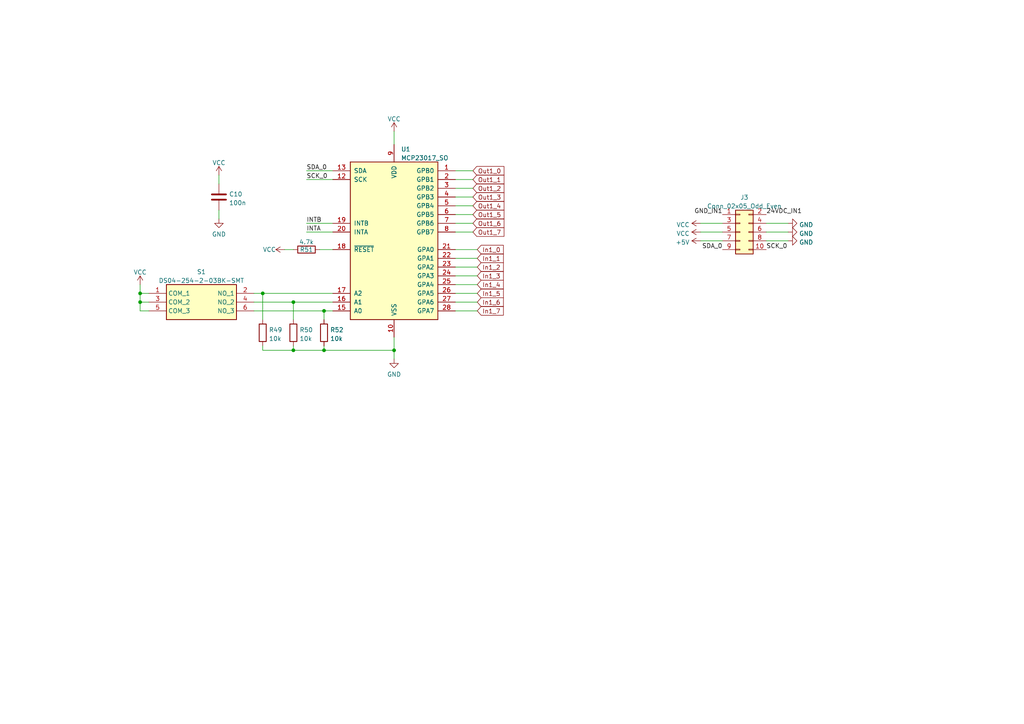
<source format=kicad_sch>
(kicad_sch (version 20230121) (generator eeschema)

  (uuid 801a6380-93b3-4297-a4f9-a3a2b39ad61d)

  (paper "A4")

  (lib_symbols
    (symbol "Added:DS04-254-2-03BK-SMT" (in_bom yes) (on_board yes)
      (property "Reference" "S" (at 15.24 6.35 0)
        (effects (font (size 1.27 1.27)))
      )
      (property "Value" "DS04-254-2-03BK-SMT" (at 15.24 3.81 0)
        (effects (font (size 1.27 1.27)))
      )
      (property "Footprint" "Added:DS04254203BKSMT" (at 16.51 -11.43 0)
        (effects (font (size 1.27 1.27)) hide)
      )
      (property "Datasheet" "https://datasheet.datasheetarchive.com/originals/distributors/Datasheets_SAMA/c6ff744c627a82ac82db8ce1595a468c.pdf" (at 11.43 -8.89 0)
        (effects (font (size 1.27 1.27)) hide)
      )
      (property "Mouser Price/Stock" "https://www.mouser.co.uk/ProductDetail/CUI-Devices/DS04-254-2-03BK-SMT?qs=wnTfsH77Xs6HyisDGRVjIg%3D%3D" (at 26.67 -594.92 0)
        (effects (font (size 1.27 1.27)) (justify left top) hide)
      )
      (property "Manufacturer_Name" "CUI Devices" (at 26.67 -694.92 0)
        (effects (font (size 1.27 1.27)) (justify left top) hide)
      )
      (property "Manufacturer_Part_Number" "DS04-254-2-03BK-SMT" (at 26.67 -794.92 0)
        (effects (font (size 1.27 1.27)) (justify left top) hide)
      )
      (property "ki_description" "DIP Switches / SIP Switches DIP Switch, SPST, 2.54 pitch, flat actuator, SMT, 3 position, Black" (at 0 0 0)
        (effects (font (size 1.27 1.27)) hide)
      )
      (symbol "DS04-254-2-03BK-SMT_1_1"
        (rectangle (start 5.08 2.54) (end 25.4 -7.62)
          (stroke (width 0.254) (type default))
          (fill (type background))
        )
        (pin passive line (at 0 0 0) (length 5.08)
          (name "COM_1" (effects (font (size 1.27 1.27))))
          (number "1" (effects (font (size 1.27 1.27))))
        )
        (pin passive line (at 30.48 0 180) (length 5.08)
          (name "NO_1" (effects (font (size 1.27 1.27))))
          (number "2" (effects (font (size 1.27 1.27))))
        )
        (pin passive line (at 0 -2.54 0) (length 5.08)
          (name "COM_2" (effects (font (size 1.27 1.27))))
          (number "3" (effects (font (size 1.27 1.27))))
        )
        (pin passive line (at 30.48 -2.54 180) (length 5.08)
          (name "NO_2" (effects (font (size 1.27 1.27))))
          (number "4" (effects (font (size 1.27 1.27))))
        )
        (pin passive line (at 0 -5.08 0) (length 5.08)
          (name "COM_3" (effects (font (size 1.27 1.27))))
          (number "5" (effects (font (size 1.27 1.27))))
        )
        (pin passive line (at 30.48 -5.08 180) (length 5.08)
          (name "NO_3" (effects (font (size 1.27 1.27))))
          (number "6" (effects (font (size 1.27 1.27))))
        )
      )
    )
    (symbol "Connector_Generic:Conn_02x05_Odd_Even" (pin_names (offset 1.016) hide) (in_bom yes) (on_board yes)
      (property "Reference" "J" (at 1.27 7.62 0)
        (effects (font (size 1.27 1.27)))
      )
      (property "Value" "Conn_02x05_Odd_Even" (at 1.27 -7.62 0)
        (effects (font (size 1.27 1.27)))
      )
      (property "Footprint" "" (at 0 0 0)
        (effects (font (size 1.27 1.27)) hide)
      )
      (property "Datasheet" "~" (at 0 0 0)
        (effects (font (size 1.27 1.27)) hide)
      )
      (property "ki_keywords" "connector" (at 0 0 0)
        (effects (font (size 1.27 1.27)) hide)
      )
      (property "ki_description" "Generic connector, double row, 02x05, odd/even pin numbering scheme (row 1 odd numbers, row 2 even numbers), script generated (kicad-library-utils/schlib/autogen/connector/)" (at 0 0 0)
        (effects (font (size 1.27 1.27)) hide)
      )
      (property "ki_fp_filters" "Connector*:*_2x??_*" (at 0 0 0)
        (effects (font (size 1.27 1.27)) hide)
      )
      (symbol "Conn_02x05_Odd_Even_1_1"
        (rectangle (start -1.27 -4.953) (end 0 -5.207)
          (stroke (width 0.1524) (type default))
          (fill (type none))
        )
        (rectangle (start -1.27 -2.413) (end 0 -2.667)
          (stroke (width 0.1524) (type default))
          (fill (type none))
        )
        (rectangle (start -1.27 0.127) (end 0 -0.127)
          (stroke (width 0.1524) (type default))
          (fill (type none))
        )
        (rectangle (start -1.27 2.667) (end 0 2.413)
          (stroke (width 0.1524) (type default))
          (fill (type none))
        )
        (rectangle (start -1.27 5.207) (end 0 4.953)
          (stroke (width 0.1524) (type default))
          (fill (type none))
        )
        (rectangle (start -1.27 6.35) (end 3.81 -6.35)
          (stroke (width 0.254) (type default))
          (fill (type background))
        )
        (rectangle (start 3.81 -4.953) (end 2.54 -5.207)
          (stroke (width 0.1524) (type default))
          (fill (type none))
        )
        (rectangle (start 3.81 -2.413) (end 2.54 -2.667)
          (stroke (width 0.1524) (type default))
          (fill (type none))
        )
        (rectangle (start 3.81 0.127) (end 2.54 -0.127)
          (stroke (width 0.1524) (type default))
          (fill (type none))
        )
        (rectangle (start 3.81 2.667) (end 2.54 2.413)
          (stroke (width 0.1524) (type default))
          (fill (type none))
        )
        (rectangle (start 3.81 5.207) (end 2.54 4.953)
          (stroke (width 0.1524) (type default))
          (fill (type none))
        )
        (pin passive line (at -5.08 5.08 0) (length 3.81)
          (name "Pin_1" (effects (font (size 1.27 1.27))))
          (number "1" (effects (font (size 1.27 1.27))))
        )
        (pin passive line (at 7.62 -5.08 180) (length 3.81)
          (name "Pin_10" (effects (font (size 1.27 1.27))))
          (number "10" (effects (font (size 1.27 1.27))))
        )
        (pin passive line (at 7.62 5.08 180) (length 3.81)
          (name "Pin_2" (effects (font (size 1.27 1.27))))
          (number "2" (effects (font (size 1.27 1.27))))
        )
        (pin passive line (at -5.08 2.54 0) (length 3.81)
          (name "Pin_3" (effects (font (size 1.27 1.27))))
          (number "3" (effects (font (size 1.27 1.27))))
        )
        (pin passive line (at 7.62 2.54 180) (length 3.81)
          (name "Pin_4" (effects (font (size 1.27 1.27))))
          (number "4" (effects (font (size 1.27 1.27))))
        )
        (pin passive line (at -5.08 0 0) (length 3.81)
          (name "Pin_5" (effects (font (size 1.27 1.27))))
          (number "5" (effects (font (size 1.27 1.27))))
        )
        (pin passive line (at 7.62 0 180) (length 3.81)
          (name "Pin_6" (effects (font (size 1.27 1.27))))
          (number "6" (effects (font (size 1.27 1.27))))
        )
        (pin passive line (at -5.08 -2.54 0) (length 3.81)
          (name "Pin_7" (effects (font (size 1.27 1.27))))
          (number "7" (effects (font (size 1.27 1.27))))
        )
        (pin passive line (at 7.62 -2.54 180) (length 3.81)
          (name "Pin_8" (effects (font (size 1.27 1.27))))
          (number "8" (effects (font (size 1.27 1.27))))
        )
        (pin passive line (at -5.08 -5.08 0) (length 3.81)
          (name "Pin_9" (effects (font (size 1.27 1.27))))
          (number "9" (effects (font (size 1.27 1.27))))
        )
      )
    )
    (symbol "Device:C" (pin_numbers hide) (pin_names (offset 0.254)) (in_bom yes) (on_board yes)
      (property "Reference" "C" (at 0.635 2.54 0)
        (effects (font (size 1.27 1.27)) (justify left))
      )
      (property "Value" "C" (at 0.635 -2.54 0)
        (effects (font (size 1.27 1.27)) (justify left))
      )
      (property "Footprint" "" (at 0.9652 -3.81 0)
        (effects (font (size 1.27 1.27)) hide)
      )
      (property "Datasheet" "~" (at 0 0 0)
        (effects (font (size 1.27 1.27)) hide)
      )
      (property "ki_keywords" "cap capacitor" (at 0 0 0)
        (effects (font (size 1.27 1.27)) hide)
      )
      (property "ki_description" "Unpolarized capacitor" (at 0 0 0)
        (effects (font (size 1.27 1.27)) hide)
      )
      (property "ki_fp_filters" "C_*" (at 0 0 0)
        (effects (font (size 1.27 1.27)) hide)
      )
      (symbol "C_0_1"
        (polyline
          (pts
            (xy -2.032 -0.762)
            (xy 2.032 -0.762)
          )
          (stroke (width 0.508) (type default))
          (fill (type none))
        )
        (polyline
          (pts
            (xy -2.032 0.762)
            (xy 2.032 0.762)
          )
          (stroke (width 0.508) (type default))
          (fill (type none))
        )
      )
      (symbol "C_1_1"
        (pin passive line (at 0 3.81 270) (length 2.794)
          (name "~" (effects (font (size 1.27 1.27))))
          (number "1" (effects (font (size 1.27 1.27))))
        )
        (pin passive line (at 0 -3.81 90) (length 2.794)
          (name "~" (effects (font (size 1.27 1.27))))
          (number "2" (effects (font (size 1.27 1.27))))
        )
      )
    )
    (symbol "Device:R" (pin_numbers hide) (pin_names (offset 0)) (in_bom yes) (on_board yes)
      (property "Reference" "R" (at 2.032 0 90)
        (effects (font (size 1.27 1.27)))
      )
      (property "Value" "R" (at 0 0 90)
        (effects (font (size 1.27 1.27)))
      )
      (property "Footprint" "" (at -1.778 0 90)
        (effects (font (size 1.27 1.27)) hide)
      )
      (property "Datasheet" "~" (at 0 0 0)
        (effects (font (size 1.27 1.27)) hide)
      )
      (property "ki_keywords" "R res resistor" (at 0 0 0)
        (effects (font (size 1.27 1.27)) hide)
      )
      (property "ki_description" "Resistor" (at 0 0 0)
        (effects (font (size 1.27 1.27)) hide)
      )
      (property "ki_fp_filters" "R_*" (at 0 0 0)
        (effects (font (size 1.27 1.27)) hide)
      )
      (symbol "R_0_1"
        (rectangle (start -1.016 -2.54) (end 1.016 2.54)
          (stroke (width 0.254) (type default))
          (fill (type none))
        )
      )
      (symbol "R_1_1"
        (pin passive line (at 0 3.81 270) (length 1.27)
          (name "~" (effects (font (size 1.27 1.27))))
          (number "1" (effects (font (size 1.27 1.27))))
        )
        (pin passive line (at 0 -3.81 90) (length 1.27)
          (name "~" (effects (font (size 1.27 1.27))))
          (number "2" (effects (font (size 1.27 1.27))))
        )
      )
    )
    (symbol "Interface_Expansion:MCP23017_SO" (pin_names (offset 1.016)) (in_bom yes) (on_board yes)
      (property "Reference" "U" (at -11.43 24.13 0)
        (effects (font (size 1.27 1.27)))
      )
      (property "Value" "MCP23017_SO" (at 0 0 0)
        (effects (font (size 1.27 1.27)))
      )
      (property "Footprint" "Package_SO:SOIC-28W_7.5x17.9mm_P1.27mm" (at 5.08 -25.4 0)
        (effects (font (size 1.27 1.27)) (justify left) hide)
      )
      (property "Datasheet" "http://ww1.microchip.com/downloads/en/DeviceDoc/20001952C.pdf" (at 5.08 -27.94 0)
        (effects (font (size 1.27 1.27)) (justify left) hide)
      )
      (property "ki_keywords" "I2C parallel port expander" (at 0 0 0)
        (effects (font (size 1.27 1.27)) hide)
      )
      (property "ki_description" "16-bit I/O expander, I2C, interrupts, w pull-ups, SOIC-28" (at 0 0 0)
        (effects (font (size 1.27 1.27)) hide)
      )
      (property "ki_fp_filters" "SOIC*7.5x17.9mm*P1.27mm*" (at 0 0 0)
        (effects (font (size 1.27 1.27)) hide)
      )
      (symbol "MCP23017_SO_0_1"
        (rectangle (start -12.7 22.86) (end 12.7 -22.86)
          (stroke (width 0.254) (type default))
          (fill (type background))
        )
      )
      (symbol "MCP23017_SO_1_1"
        (pin bidirectional line (at 17.78 20.32 180) (length 5.08)
          (name "GPB0" (effects (font (size 1.27 1.27))))
          (number "1" (effects (font (size 1.27 1.27))))
        )
        (pin power_in line (at 0 -27.94 90) (length 5.08)
          (name "VSS" (effects (font (size 1.27 1.27))))
          (number "10" (effects (font (size 1.27 1.27))))
        )
        (pin no_connect line (at -12.7 15.24 0) (length 5.08) hide
          (name "NC" (effects (font (size 1.27 1.27))))
          (number "11" (effects (font (size 1.27 1.27))))
        )
        (pin input line (at -17.78 17.78 0) (length 5.08)
          (name "SCK" (effects (font (size 1.27 1.27))))
          (number "12" (effects (font (size 1.27 1.27))))
        )
        (pin bidirectional line (at -17.78 20.32 0) (length 5.08)
          (name "SDA" (effects (font (size 1.27 1.27))))
          (number "13" (effects (font (size 1.27 1.27))))
        )
        (pin no_connect line (at -12.7 12.7 0) (length 5.08) hide
          (name "NC" (effects (font (size 1.27 1.27))))
          (number "14" (effects (font (size 1.27 1.27))))
        )
        (pin input line (at -17.78 -20.32 0) (length 5.08)
          (name "A0" (effects (font (size 1.27 1.27))))
          (number "15" (effects (font (size 1.27 1.27))))
        )
        (pin input line (at -17.78 -17.78 0) (length 5.08)
          (name "A1" (effects (font (size 1.27 1.27))))
          (number "16" (effects (font (size 1.27 1.27))))
        )
        (pin input line (at -17.78 -15.24 0) (length 5.08)
          (name "A2" (effects (font (size 1.27 1.27))))
          (number "17" (effects (font (size 1.27 1.27))))
        )
        (pin input line (at -17.78 -2.54 0) (length 5.08)
          (name "~{RESET}" (effects (font (size 1.27 1.27))))
          (number "18" (effects (font (size 1.27 1.27))))
        )
        (pin tri_state line (at -17.78 5.08 0) (length 5.08)
          (name "INTB" (effects (font (size 1.27 1.27))))
          (number "19" (effects (font (size 1.27 1.27))))
        )
        (pin bidirectional line (at 17.78 17.78 180) (length 5.08)
          (name "GPB1" (effects (font (size 1.27 1.27))))
          (number "2" (effects (font (size 1.27 1.27))))
        )
        (pin tri_state line (at -17.78 2.54 0) (length 5.08)
          (name "INTA" (effects (font (size 1.27 1.27))))
          (number "20" (effects (font (size 1.27 1.27))))
        )
        (pin bidirectional line (at 17.78 -2.54 180) (length 5.08)
          (name "GPA0" (effects (font (size 1.27 1.27))))
          (number "21" (effects (font (size 1.27 1.27))))
        )
        (pin bidirectional line (at 17.78 -5.08 180) (length 5.08)
          (name "GPA1" (effects (font (size 1.27 1.27))))
          (number "22" (effects (font (size 1.27 1.27))))
        )
        (pin bidirectional line (at 17.78 -7.62 180) (length 5.08)
          (name "GPA2" (effects (font (size 1.27 1.27))))
          (number "23" (effects (font (size 1.27 1.27))))
        )
        (pin bidirectional line (at 17.78 -10.16 180) (length 5.08)
          (name "GPA3" (effects (font (size 1.27 1.27))))
          (number "24" (effects (font (size 1.27 1.27))))
        )
        (pin bidirectional line (at 17.78 -12.7 180) (length 5.08)
          (name "GPA4" (effects (font (size 1.27 1.27))))
          (number "25" (effects (font (size 1.27 1.27))))
        )
        (pin bidirectional line (at 17.78 -15.24 180) (length 5.08)
          (name "GPA5" (effects (font (size 1.27 1.27))))
          (number "26" (effects (font (size 1.27 1.27))))
        )
        (pin bidirectional line (at 17.78 -17.78 180) (length 5.08)
          (name "GPA6" (effects (font (size 1.27 1.27))))
          (number "27" (effects (font (size 1.27 1.27))))
        )
        (pin bidirectional line (at 17.78 -20.32 180) (length 5.08)
          (name "GPA7" (effects (font (size 1.27 1.27))))
          (number "28" (effects (font (size 1.27 1.27))))
        )
        (pin bidirectional line (at 17.78 15.24 180) (length 5.08)
          (name "GPB2" (effects (font (size 1.27 1.27))))
          (number "3" (effects (font (size 1.27 1.27))))
        )
        (pin bidirectional line (at 17.78 12.7 180) (length 5.08)
          (name "GPB3" (effects (font (size 1.27 1.27))))
          (number "4" (effects (font (size 1.27 1.27))))
        )
        (pin bidirectional line (at 17.78 10.16 180) (length 5.08)
          (name "GPB4" (effects (font (size 1.27 1.27))))
          (number "5" (effects (font (size 1.27 1.27))))
        )
        (pin bidirectional line (at 17.78 7.62 180) (length 5.08)
          (name "GPB5" (effects (font (size 1.27 1.27))))
          (number "6" (effects (font (size 1.27 1.27))))
        )
        (pin bidirectional line (at 17.78 5.08 180) (length 5.08)
          (name "GPB6" (effects (font (size 1.27 1.27))))
          (number "7" (effects (font (size 1.27 1.27))))
        )
        (pin bidirectional line (at 17.78 2.54 180) (length 5.08)
          (name "GPB7" (effects (font (size 1.27 1.27))))
          (number "8" (effects (font (size 1.27 1.27))))
        )
        (pin power_in line (at 0 27.94 270) (length 5.08)
          (name "VDD" (effects (font (size 1.27 1.27))))
          (number "9" (effects (font (size 1.27 1.27))))
        )
      )
    )
    (symbol "power:+5V" (power) (pin_names (offset 0)) (in_bom yes) (on_board yes)
      (property "Reference" "#PWR" (at 0 -3.81 0)
        (effects (font (size 1.27 1.27)) hide)
      )
      (property "Value" "+5V" (at 0 3.556 0)
        (effects (font (size 1.27 1.27)))
      )
      (property "Footprint" "" (at 0 0 0)
        (effects (font (size 1.27 1.27)) hide)
      )
      (property "Datasheet" "" (at 0 0 0)
        (effects (font (size 1.27 1.27)) hide)
      )
      (property "ki_keywords" "power-flag" (at 0 0 0)
        (effects (font (size 1.27 1.27)) hide)
      )
      (property "ki_description" "Power symbol creates a global label with name \"+5V\"" (at 0 0 0)
        (effects (font (size 1.27 1.27)) hide)
      )
      (symbol "+5V_0_1"
        (polyline
          (pts
            (xy -0.762 1.27)
            (xy 0 2.54)
          )
          (stroke (width 0) (type default))
          (fill (type none))
        )
        (polyline
          (pts
            (xy 0 0)
            (xy 0 2.54)
          )
          (stroke (width 0) (type default))
          (fill (type none))
        )
        (polyline
          (pts
            (xy 0 2.54)
            (xy 0.762 1.27)
          )
          (stroke (width 0) (type default))
          (fill (type none))
        )
      )
      (symbol "+5V_1_1"
        (pin power_in line (at 0 0 90) (length 0) hide
          (name "+5V" (effects (font (size 1.27 1.27))))
          (number "1" (effects (font (size 1.27 1.27))))
        )
      )
    )
    (symbol "power:GND" (power) (pin_names (offset 0)) (in_bom yes) (on_board yes)
      (property "Reference" "#PWR" (at 0 -6.35 0)
        (effects (font (size 1.27 1.27)) hide)
      )
      (property "Value" "GND" (at 0 -3.81 0)
        (effects (font (size 1.27 1.27)))
      )
      (property "Footprint" "" (at 0 0 0)
        (effects (font (size 1.27 1.27)) hide)
      )
      (property "Datasheet" "" (at 0 0 0)
        (effects (font (size 1.27 1.27)) hide)
      )
      (property "ki_keywords" "power-flag" (at 0 0 0)
        (effects (font (size 1.27 1.27)) hide)
      )
      (property "ki_description" "Power symbol creates a global label with name \"GND\" , ground" (at 0 0 0)
        (effects (font (size 1.27 1.27)) hide)
      )
      (symbol "GND_0_1"
        (polyline
          (pts
            (xy 0 0)
            (xy 0 -1.27)
            (xy 1.27 -1.27)
            (xy 0 -2.54)
            (xy -1.27 -1.27)
            (xy 0 -1.27)
          )
          (stroke (width 0) (type default))
          (fill (type none))
        )
      )
      (symbol "GND_1_1"
        (pin power_in line (at 0 0 270) (length 0) hide
          (name "GND" (effects (font (size 1.27 1.27))))
          (number "1" (effects (font (size 1.27 1.27))))
        )
      )
    )
    (symbol "power:VCC" (power) (pin_names (offset 0)) (in_bom yes) (on_board yes)
      (property "Reference" "#PWR" (at 0 -3.81 0)
        (effects (font (size 1.27 1.27)) hide)
      )
      (property "Value" "VCC" (at 0 3.81 0)
        (effects (font (size 1.27 1.27)))
      )
      (property "Footprint" "" (at 0 0 0)
        (effects (font (size 1.27 1.27)) hide)
      )
      (property "Datasheet" "" (at 0 0 0)
        (effects (font (size 1.27 1.27)) hide)
      )
      (property "ki_keywords" "power-flag" (at 0 0 0)
        (effects (font (size 1.27 1.27)) hide)
      )
      (property "ki_description" "Power symbol creates a global label with name \"VCC\"" (at 0 0 0)
        (effects (font (size 1.27 1.27)) hide)
      )
      (symbol "VCC_0_1"
        (polyline
          (pts
            (xy -0.762 1.27)
            (xy 0 2.54)
          )
          (stroke (width 0) (type default))
          (fill (type none))
        )
        (polyline
          (pts
            (xy 0 0)
            (xy 0 2.54)
          )
          (stroke (width 0) (type default))
          (fill (type none))
        )
        (polyline
          (pts
            (xy 0 2.54)
            (xy 0.762 1.27)
          )
          (stroke (width 0) (type default))
          (fill (type none))
        )
      )
      (symbol "VCC_1_1"
        (pin power_in line (at 0 0 90) (length 0) hide
          (name "VCC" (effects (font (size 1.27 1.27))))
          (number "1" (effects (font (size 1.27 1.27))))
        )
      )
    )
  )

  (junction (at 40.64 85.09) (diameter 0) (color 0 0 0 0)
    (uuid 0ed6fbc5-c3a0-412a-a98f-da4435a17f71)
  )
  (junction (at 85.09 101.6) (diameter 0) (color 0 0 0 0)
    (uuid 17a2e816-4f88-4979-8739-00857e9e0ca0)
  )
  (junction (at 93.98 90.17) (diameter 0) (color 0 0 0 0)
    (uuid 17f6e2dc-4d4f-4fa7-b355-5ecbd18cc6f1)
  )
  (junction (at 40.64 87.63) (diameter 0) (color 0 0 0 0)
    (uuid 6e8d2b7e-3977-473b-9e04-ca8224ebfa35)
  )
  (junction (at 93.98 101.6) (diameter 0) (color 0 0 0 0)
    (uuid 83870ccd-b728-4c15-9680-949dbf1e660f)
  )
  (junction (at 114.3 101.6) (diameter 0) (color 0 0 0 0)
    (uuid b07ffcbd-2dc2-4523-bdd2-52633c7f0150)
  )
  (junction (at 76.2 85.09) (diameter 0) (color 0 0 0 0)
    (uuid e104a744-038c-43fc-a556-a9daa6bc11ff)
  )
  (junction (at 85.09 87.63) (diameter 0) (color 0 0 0 0)
    (uuid f60bd438-a5c0-4142-9d70-aa02159ae1be)
  )

  (wire (pts (xy 114.3 104.14) (xy 114.3 101.6))
    (stroke (width 0) (type default))
    (uuid 00e89a75-dbbe-4132-ac9e-ddcc8dc86613)
  )
  (wire (pts (xy 138.43 87.63) (xy 132.08 87.63))
    (stroke (width 0) (type default))
    (uuid 0233d512-7518-443c-b2fc-a5b932f58a2d)
  )
  (wire (pts (xy 85.09 87.63) (xy 96.52 87.63))
    (stroke (width 0) (type default))
    (uuid 0cf05042-904b-4486-872f-918f24da1f49)
  )
  (wire (pts (xy 203.2 64.77) (xy 209.55 64.77))
    (stroke (width 0) (type default))
    (uuid 1149ff5b-2d19-40c7-ac27-7915364dc4c1)
  )
  (wire (pts (xy 138.43 77.47) (xy 132.08 77.47))
    (stroke (width 0) (type default))
    (uuid 12644fd0-8862-48f6-874b-573303e4591b)
  )
  (wire (pts (xy 85.09 100.33) (xy 85.09 101.6))
    (stroke (width 0) (type default))
    (uuid 154e5603-9ef2-4bbb-bb39-8b62299e2aae)
  )
  (wire (pts (xy 73.66 87.63) (xy 85.09 87.63))
    (stroke (width 0) (type default))
    (uuid 17da1366-8cb0-4305-8591-c888d2a2ad08)
  )
  (wire (pts (xy 73.66 85.09) (xy 76.2 85.09))
    (stroke (width 0) (type default))
    (uuid 1e86dd0d-3c52-473f-94f1-49a45711f650)
  )
  (wire (pts (xy 137.16 62.23) (xy 132.08 62.23))
    (stroke (width 0) (type default))
    (uuid 21451e90-8091-4bf5-89c6-c415cf0a2251)
  )
  (wire (pts (xy 138.43 82.55) (xy 132.08 82.55))
    (stroke (width 0) (type default))
    (uuid 2a628a2e-c94e-43ff-b523-0c75a5656453)
  )
  (wire (pts (xy 85.09 87.63) (xy 85.09 92.71))
    (stroke (width 0) (type default))
    (uuid 2c6150ec-9ba9-4d53-adeb-5885144f93d0)
  )
  (wire (pts (xy 93.98 101.6) (xy 85.09 101.6))
    (stroke (width 0) (type default))
    (uuid 348b4ec4-a5f0-4c53-843f-463ca1f19f98)
  )
  (wire (pts (xy 222.25 69.85) (xy 228.6 69.85))
    (stroke (width 0) (type default))
    (uuid 36d5f4e7-9a02-428f-9cf1-f6356a0afd28)
  )
  (wire (pts (xy 137.16 49.53) (xy 132.08 49.53))
    (stroke (width 0) (type default))
    (uuid 397cb90b-39a0-46ea-8776-4a2acacc42ac)
  )
  (wire (pts (xy 138.43 72.39) (xy 132.08 72.39))
    (stroke (width 0) (type default))
    (uuid 3c822f80-3d63-41a9-a525-72ea77f6b7b4)
  )
  (wire (pts (xy 40.64 85.09) (xy 43.18 85.09))
    (stroke (width 0) (type default))
    (uuid 4bc3a926-cf86-4fd9-bc16-9c7f548e006b)
  )
  (wire (pts (xy 76.2 101.6) (xy 76.2 100.33))
    (stroke (width 0) (type default))
    (uuid 53453045-83a1-4809-b643-d45473fa95e8)
  )
  (wire (pts (xy 40.64 82.55) (xy 40.64 85.09))
    (stroke (width 0) (type default))
    (uuid 57cb3700-2524-4ac0-bb87-cec8d1e82a17)
  )
  (wire (pts (xy 138.43 85.09) (xy 132.08 85.09))
    (stroke (width 0) (type default))
    (uuid 5d0aea94-a1ba-462d-ad16-da826ac31075)
  )
  (wire (pts (xy 85.09 72.39) (xy 82.55 72.39))
    (stroke (width 0) (type default))
    (uuid 5d8fb5f3-06e2-4834-85f5-2b45b19146a4)
  )
  (wire (pts (xy 93.98 90.17) (xy 96.52 90.17))
    (stroke (width 0) (type default))
    (uuid 5e050d16-cc55-4cd5-9587-8ab1c225cbe5)
  )
  (wire (pts (xy 203.2 67.31) (xy 209.55 67.31))
    (stroke (width 0) (type default))
    (uuid 642e0a43-f2e2-4ba9-8a0e-f5f8f1e8b9a0)
  )
  (wire (pts (xy 138.43 80.01) (xy 132.08 80.01))
    (stroke (width 0) (type default))
    (uuid 65c71fa3-9df5-4bb9-afe4-52b76090ef3b)
  )
  (wire (pts (xy 76.2 92.71) (xy 76.2 85.09))
    (stroke (width 0) (type default))
    (uuid 6680c2ab-ad50-4479-8e9f-5f2aeea41eb7)
  )
  (wire (pts (xy 137.16 67.31) (xy 132.08 67.31))
    (stroke (width 0) (type default))
    (uuid 6be07611-eb6c-4ba8-a8d3-ada6fb6aead6)
  )
  (wire (pts (xy 93.98 100.33) (xy 93.98 101.6))
    (stroke (width 0) (type default))
    (uuid 6c2b2a16-1854-445f-8b7c-ad08e57baaef)
  )
  (wire (pts (xy 76.2 85.09) (xy 96.52 85.09))
    (stroke (width 0) (type default))
    (uuid 6cde7da8-f6dd-4409-b820-70eb987130cc)
  )
  (wire (pts (xy 63.5 60.96) (xy 63.5 63.5))
    (stroke (width 0) (type default))
    (uuid 6d8e1482-c14f-4d31-a48e-a65739243bf3)
  )
  (wire (pts (xy 93.98 101.6) (xy 114.3 101.6))
    (stroke (width 0) (type default))
    (uuid 6f4686b7-4739-4157-8866-afe68f9a8672)
  )
  (wire (pts (xy 63.5 50.8) (xy 63.5 53.34))
    (stroke (width 0) (type default))
    (uuid 7e278bad-7e8e-4550-8720-3afb6aea6c83)
  )
  (wire (pts (xy 43.18 90.17) (xy 40.64 90.17))
    (stroke (width 0) (type default))
    (uuid 7e2c8bda-b98d-4cfa-9c37-944bb497841f)
  )
  (wire (pts (xy 40.64 90.17) (xy 40.64 87.63))
    (stroke (width 0) (type default))
    (uuid 9e407f5d-ff70-438b-b1e7-c4323154f102)
  )
  (wire (pts (xy 137.16 52.07) (xy 132.08 52.07))
    (stroke (width 0) (type default))
    (uuid 9fb320ce-3051-46c3-afac-961affe26bf3)
  )
  (wire (pts (xy 137.16 64.77) (xy 132.08 64.77))
    (stroke (width 0) (type default))
    (uuid 9ffd93c6-1a6e-4a4a-b293-39c5794cbd73)
  )
  (wire (pts (xy 222.25 64.77) (xy 228.6 64.77))
    (stroke (width 0) (type default))
    (uuid a3700bbc-8d60-4d65-9c51-377058302300)
  )
  (wire (pts (xy 93.98 90.17) (xy 93.98 92.71))
    (stroke (width 0) (type default))
    (uuid b110bead-8009-4a48-801e-6e44fb40b7d1)
  )
  (wire (pts (xy 138.43 74.93) (xy 132.08 74.93))
    (stroke (width 0) (type default))
    (uuid b2420e44-0d04-4247-adf8-f45bf5c66eba)
  )
  (wire (pts (xy 88.9 52.07) (xy 96.52 52.07))
    (stroke (width 0) (type default))
    (uuid b84b74bd-16c9-4e4e-8c3a-d3cbdf2f7c0c)
  )
  (wire (pts (xy 73.66 90.17) (xy 93.98 90.17))
    (stroke (width 0) (type default))
    (uuid be0b5423-6f47-4fec-b133-088498603687)
  )
  (wire (pts (xy 114.3 38.1) (xy 114.3 41.91))
    (stroke (width 0) (type default))
    (uuid d4661f74-0eca-47e6-ac54-e51685bf9104)
  )
  (wire (pts (xy 137.16 54.61) (xy 132.08 54.61))
    (stroke (width 0) (type default))
    (uuid daa85217-39af-4689-ac6b-2b99358be319)
  )
  (wire (pts (xy 40.64 87.63) (xy 40.64 85.09))
    (stroke (width 0) (type default))
    (uuid dbaae0ba-8e11-48c1-b4ea-1b740fccfcb4)
  )
  (wire (pts (xy 88.9 67.31) (xy 96.52 67.31))
    (stroke (width 0) (type default))
    (uuid dd9be8ad-8248-408d-ab14-c47593d69b5d)
  )
  (wire (pts (xy 88.9 64.77) (xy 96.52 64.77))
    (stroke (width 0) (type default))
    (uuid deb5403d-1d74-429b-9def-55b247bcfcc5)
  )
  (wire (pts (xy 88.9 49.53) (xy 96.52 49.53))
    (stroke (width 0) (type default))
    (uuid e1304ab7-e747-4901-994d-7b13cb12843e)
  )
  (wire (pts (xy 40.64 87.63) (xy 43.18 87.63))
    (stroke (width 0) (type default))
    (uuid e24780f8-8511-41c6-bc1c-a1b40417df63)
  )
  (wire (pts (xy 137.16 59.69) (xy 132.08 59.69))
    (stroke (width 0) (type default))
    (uuid e88b0ee3-68cd-4929-9a34-0447af384ae7)
  )
  (wire (pts (xy 114.3 101.6) (xy 114.3 97.79))
    (stroke (width 0) (type default))
    (uuid e9aca50e-3177-4505-927a-85b0e8ef9eee)
  )
  (wire (pts (xy 85.09 101.6) (xy 76.2 101.6))
    (stroke (width 0) (type default))
    (uuid efc02d37-90e2-485c-8a3b-ba066d4a6d6e)
  )
  (wire (pts (xy 92.71 72.39) (xy 96.52 72.39))
    (stroke (width 0) (type default))
    (uuid efd50ad2-7008-467a-ab2a-56cd1989927e)
  )
  (wire (pts (xy 138.43 90.17) (xy 132.08 90.17))
    (stroke (width 0) (type default))
    (uuid f223c81e-3735-4a15-b957-0cc44a77cc81)
  )
  (wire (pts (xy 203.2 69.85) (xy 209.55 69.85))
    (stroke (width 0) (type default))
    (uuid f419bca4-5224-4b92-bd10-ee4ee3b272b3)
  )
  (wire (pts (xy 137.16 57.15) (xy 132.08 57.15))
    (stroke (width 0) (type default))
    (uuid f6826cfb-e34c-455d-9371-cedc88c9d5d9)
  )
  (wire (pts (xy 222.25 67.31) (xy 228.6 67.31))
    (stroke (width 0) (type default))
    (uuid fd22bc5c-154b-4942-b232-92b48a7c4904)
  )

  (label "SCK_0" (at 222.25 72.39 0) (fields_autoplaced)
    (effects (font (size 1.27 1.27)) (justify left bottom))
    (uuid 2cd651cd-c70d-4414-aadd-bb3cf330c918)
  )
  (label "SDA_0" (at 209.55 72.39 180) (fields_autoplaced)
    (effects (font (size 1.27 1.27)) (justify right bottom))
    (uuid 41677f09-ec49-467b-89ab-bebf009de3ac)
  )
  (label "SCK_0" (at 88.9 52.07 0) (fields_autoplaced)
    (effects (font (size 1.27 1.27)) (justify left bottom))
    (uuid 7d857314-1718-42b1-b847-000d35a88fba)
  )
  (label "INTB" (at 88.9 64.77 0) (fields_autoplaced)
    (effects (font (size 1.27 1.27)) (justify left bottom))
    (uuid 9c39fc80-01b1-4967-9cea-77bc6a53eb5f)
  )
  (label "SDA_0" (at 88.9 49.53 0) (fields_autoplaced)
    (effects (font (size 1.27 1.27)) (justify left bottom))
    (uuid a6e227c1-78bb-43cb-b52e-92fa36f36c1c)
  )
  (label "INTA" (at 88.9 67.31 0) (fields_autoplaced)
    (effects (font (size 1.27 1.27)) (justify left bottom))
    (uuid c6030e73-a318-4062-99ec-d4b4a6e59a54)
  )
  (label "24VDC_IN1" (at 222.25 62.23 0) (fields_autoplaced)
    (effects (font (size 1.27 1.27)) (justify left bottom))
    (uuid cd17eb24-14d9-4577-a498-add93fc45469)
  )
  (label "GND_IN1" (at 209.55 62.23 180) (fields_autoplaced)
    (effects (font (size 1.27 1.27)) (justify right bottom))
    (uuid d3a92cd4-accd-4188-8134-7f27c833c7a2)
  )

  (global_label "In1_0" (shape input) (at 138.43 72.39 0) (fields_autoplaced)
    (effects (font (size 1.27 1.27)) (justify left))
    (uuid 0122667e-2d9f-47ac-a715-3b4cd0611749)
    (property "Intersheetrefs" "${INTERSHEET_REFS}" (at 145.9836 72.3106 0)
      (effects (font (size 1.27 1.27)) (justify left) hide)
    )
  )
  (global_label "Out1_5" (shape input) (at 137.16 62.23 0) (fields_autoplaced)
    (effects (font (size 1.27 1.27)) (justify left))
    (uuid 10376b4c-d1ff-48f5-8bef-05769de98842)
    (property "Intersheetrefs" "${INTERSHEET_REFS}" (at 146.165 62.1506 0)
      (effects (font (size 1.27 1.27)) (justify left) hide)
    )
  )
  (global_label "In1_4" (shape input) (at 138.43 82.55 0) (fields_autoplaced)
    (effects (font (size 1.27 1.27)) (justify left))
    (uuid 1f4aca14-5871-412d-b48f-8b951e15902c)
    (property "Intersheetrefs" "${INTERSHEET_REFS}" (at 145.9836 82.4706 0)
      (effects (font (size 1.27 1.27)) (justify left) hide)
    )
  )
  (global_label "In1_5" (shape input) (at 138.43 85.09 0) (fields_autoplaced)
    (effects (font (size 1.27 1.27)) (justify left))
    (uuid 21b9b8ec-f297-4b2f-ad5c-a32508496c1c)
    (property "Intersheetrefs" "${INTERSHEET_REFS}" (at 145.9836 85.0106 0)
      (effects (font (size 1.27 1.27)) (justify left) hide)
    )
  )
  (global_label "In1_2" (shape input) (at 138.43 77.47 0) (fields_autoplaced)
    (effects (font (size 1.27 1.27)) (justify left))
    (uuid 40623356-71a6-4eee-938f-8aec22753799)
    (property "Intersheetrefs" "${INTERSHEET_REFS}" (at 145.9836 77.3906 0)
      (effects (font (size 1.27 1.27)) (justify left) hide)
    )
  )
  (global_label "Out1_3" (shape input) (at 137.16 57.15 0) (fields_autoplaced)
    (effects (font (size 1.27 1.27)) (justify left))
    (uuid 4fddfb86-3d7f-48c5-b28c-86639d28b082)
    (property "Intersheetrefs" "${INTERSHEET_REFS}" (at 146.165 57.0706 0)
      (effects (font (size 1.27 1.27)) (justify left) hide)
    )
  )
  (global_label "Out1_7" (shape input) (at 137.16 67.31 0) (fields_autoplaced)
    (effects (font (size 1.27 1.27)) (justify left))
    (uuid 55b82605-c361-46c8-85be-035a5db3d8cb)
    (property "Intersheetrefs" "${INTERSHEET_REFS}" (at 146.165 67.2306 0)
      (effects (font (size 1.27 1.27)) (justify left) hide)
    )
  )
  (global_label "Out1_0" (shape input) (at 137.16 49.53 0) (fields_autoplaced)
    (effects (font (size 1.27 1.27)) (justify left))
    (uuid 6ced8cb7-196c-46e8-ae31-2927706fec28)
    (property "Intersheetrefs" "${INTERSHEET_REFS}" (at 146.165 49.4506 0)
      (effects (font (size 1.27 1.27)) (justify left) hide)
    )
  )
  (global_label "In1_6" (shape input) (at 138.43 87.63 0) (fields_autoplaced)
    (effects (font (size 1.27 1.27)) (justify left))
    (uuid 82078119-0226-40e7-9e18-629f2ebb9c1a)
    (property "Intersheetrefs" "${INTERSHEET_REFS}" (at 145.9836 87.5506 0)
      (effects (font (size 1.27 1.27)) (justify left) hide)
    )
  )
  (global_label "Out1_6" (shape input) (at 137.16 64.77 0) (fields_autoplaced)
    (effects (font (size 1.27 1.27)) (justify left))
    (uuid 8ff1786b-bc08-4364-9ed2-c5f04d6f68fd)
    (property "Intersheetrefs" "${INTERSHEET_REFS}" (at 146.165 64.6906 0)
      (effects (font (size 1.27 1.27)) (justify left) hide)
    )
  )
  (global_label "In1_3" (shape input) (at 138.43 80.01 0) (fields_autoplaced)
    (effects (font (size 1.27 1.27)) (justify left))
    (uuid bfbcaa46-2f55-4178-a70f-8639b270aa6f)
    (property "Intersheetrefs" "${INTERSHEET_REFS}" (at 145.9836 79.9306 0)
      (effects (font (size 1.27 1.27)) (justify left) hide)
    )
  )
  (global_label "Out1_1" (shape input) (at 137.16 52.07 0) (fields_autoplaced)
    (effects (font (size 1.27 1.27)) (justify left))
    (uuid df9d6123-4f2f-4fa9-a6ce-32ac9055f3c9)
    (property "Intersheetrefs" "${INTERSHEET_REFS}" (at 146.165 51.9906 0)
      (effects (font (size 1.27 1.27)) (justify left) hide)
    )
  )
  (global_label "In1_1" (shape input) (at 138.43 74.93 0) (fields_autoplaced)
    (effects (font (size 1.27 1.27)) (justify left))
    (uuid e00135b5-7803-40fb-9fab-a8214d7b06a8)
    (property "Intersheetrefs" "${INTERSHEET_REFS}" (at 145.9836 74.8506 0)
      (effects (font (size 1.27 1.27)) (justify left) hide)
    )
  )
  (global_label "Out1_4" (shape input) (at 137.16 59.69 0) (fields_autoplaced)
    (effects (font (size 1.27 1.27)) (justify left))
    (uuid e7ba96c1-13cd-42ea-aac3-90948a7f15bb)
    (property "Intersheetrefs" "${INTERSHEET_REFS}" (at 146.165 59.6106 0)
      (effects (font (size 1.27 1.27)) (justify left) hide)
    )
  )
  (global_label "Out1_2" (shape input) (at 137.16 54.61 0) (fields_autoplaced)
    (effects (font (size 1.27 1.27)) (justify left))
    (uuid ebd69903-130e-4128-86fb-b66f2fd1ad5d)
    (property "Intersheetrefs" "${INTERSHEET_REFS}" (at 146.165 54.5306 0)
      (effects (font (size 1.27 1.27)) (justify left) hide)
    )
  )
  (global_label "In1_7" (shape input) (at 138.43 90.17 0) (fields_autoplaced)
    (effects (font (size 1.27 1.27)) (justify left))
    (uuid ed7a7d05-5549-4c23-97e9-76aeff6cd324)
    (property "Intersheetrefs" "${INTERSHEET_REFS}" (at 145.9836 90.0906 0)
      (effects (font (size 1.27 1.27)) (justify left) hide)
    )
  )

  (symbol (lib_id "power:VCC") (at 203.2 67.31 90) (unit 1)
    (in_bom yes) (on_board yes) (dnp no) (fields_autoplaced)
    (uuid 04118320-877b-44a3-9b65-52a3431431eb)
    (property "Reference" "#PWR?" (at 207.01 67.31 0)
      (effects (font (size 1.27 1.27)) hide)
    )
    (property "Value" "VCC" (at 200.025 67.7438 90)
      (effects (font (size 1.27 1.27)) (justify left))
    )
    (property "Footprint" "" (at 203.2 67.31 0)
      (effects (font (size 1.27 1.27)) hide)
    )
    (property "Datasheet" "" (at 203.2 67.31 0)
      (effects (font (size 1.27 1.27)) hide)
    )
    (pin "1" (uuid e41bd769-02c0-4c43-8082-e46d0cce5463))
    (instances
      (project "Automate_ES_V2"
        (path "/c0b0c33a-0d2b-4391-9b6d-3484a571703c/793272d6-5bd4-47b7-8ad4-3d90c0f49c99"
          (reference "#PWR?") (unit 1)
        )
      )
    )
  )

  (symbol (lib_id "Device:R") (at 93.98 96.52 0) (unit 1)
    (in_bom yes) (on_board yes) (dnp no) (fields_autoplaced)
    (uuid 045921b4-7f1b-4b21-94f2-9013d78aaf9c)
    (property "Reference" "R52" (at 95.758 95.6853 0)
      (effects (font (size 1.27 1.27)) (justify left))
    )
    (property "Value" "10k" (at 95.758 98.2222 0)
      (effects (font (size 1.27 1.27)) (justify left))
    )
    (property "Footprint" "Resistor_SMD:R_0805_2012Metric_Pad1.20x1.40mm_HandSolder" (at 92.202 96.52 90)
      (effects (font (size 1.27 1.27)) hide)
    )
    (property "Datasheet" "~" (at 93.98 96.52 0)
      (effects (font (size 1.27 1.27)) hide)
    )
    (pin "1" (uuid 509ab8be-b6be-4371-bf7a-0084c1fdbe7e))
    (pin "2" (uuid a95d2f22-54e1-423e-b44f-828ae1ab3903))
    (instances
      (project "Automate_ES_V2"
        (path "/c0b0c33a-0d2b-4391-9b6d-3484a571703c/793272d6-5bd4-47b7-8ad4-3d90c0f49c99"
          (reference "R52") (unit 1)
        )
      )
    )
  )

  (symbol (lib_id "Interface_Expansion:MCP23017_SO") (at 114.3 69.85 0) (unit 1)
    (in_bom yes) (on_board yes) (dnp no) (fields_autoplaced)
    (uuid 06ec0ca7-ca3f-4e0a-8bda-c2e745e6268d)
    (property "Reference" "U1" (at 116.3194 43.2902 0)
      (effects (font (size 1.27 1.27)) (justify left))
    )
    (property "Value" "MCP23017_SO" (at 116.3194 45.8271 0)
      (effects (font (size 1.27 1.27)) (justify left))
    )
    (property "Footprint" "Package_SO:SOIC-28W_7.5x17.9mm_P1.27mm" (at 119.38 95.25 0)
      (effects (font (size 1.27 1.27)) (justify left) hide)
    )
    (property "Datasheet" "http://ww1.microchip.com/downloads/en/DeviceDoc/20001952C.pdf" (at 119.38 97.79 0)
      (effects (font (size 1.27 1.27)) (justify left) hide)
    )
    (pin "1" (uuid 6160c24e-1dfc-4d55-a91f-7e5fe26b1dfe))
    (pin "10" (uuid 6e54b921-435b-4999-ba1c-2a7c0b1d60cd))
    (pin "11" (uuid 451d2a88-1591-4b1a-82c2-55c5a59be10f))
    (pin "12" (uuid 5a53ca4e-20ef-4b7b-906a-2ed8bcfda8fb))
    (pin "13" (uuid 9fcdab2b-b0c3-46ef-93fc-57b4397615d0))
    (pin "14" (uuid a5e77f3b-e746-4cca-9e20-5e05a561f1dd))
    (pin "15" (uuid 864756af-31f9-49de-bd70-e6ea11479c99))
    (pin "16" (uuid b5439ae6-82aa-4ee9-aa95-71b93af2f5e0))
    (pin "17" (uuid 8069d1ad-b018-4a20-a576-85b5d9bcec86))
    (pin "18" (uuid 5f0129d6-4f65-40fd-87f4-cf9dc87a411d))
    (pin "19" (uuid 5c258aca-70a4-43b1-a12f-26c68c5369f2))
    (pin "2" (uuid f01df0ac-d591-4faa-b7be-99a173220ee3))
    (pin "20" (uuid 008830bf-ecd5-4dde-a6a8-40aa6dad8740))
    (pin "21" (uuid 1a787181-f4f9-46cb-acc1-38c681579f9d))
    (pin "22" (uuid 44f17aef-660a-41cd-9ace-6863e17340df))
    (pin "23" (uuid 1a8ea236-a96a-48ff-a53d-e0f5bde155ab))
    (pin "24" (uuid 4f1b38a9-d387-4ec8-882d-3e37b1e0f09e))
    (pin "25" (uuid 9c4a646d-c751-4d96-b7dd-9af6f5a03eff))
    (pin "26" (uuid 0507d07c-541d-45b4-a85b-6a535465eaa1))
    (pin "27" (uuid 96eecddc-a7f3-4c67-a33b-f38420fb10b7))
    (pin "28" (uuid 9049773b-ad9e-4374-a678-e6272841ea7b))
    (pin "3" (uuid 55448c91-920e-4289-ad3a-d44400653957))
    (pin "4" (uuid f0a9a262-5489-4ea0-8ab4-c8cec9d8e0fe))
    (pin "5" (uuid 32a4f476-1439-4f4f-80b8-12249f239ed4))
    (pin "6" (uuid c9e6f7be-37cd-4b49-9174-8e7eab6fd4e3))
    (pin "7" (uuid be866434-377d-4b71-b4c2-3381a48bb490))
    (pin "8" (uuid 6c470961-eebc-46b2-b70c-55d28332836b))
    (pin "9" (uuid 485e8ef4-7a0d-41bc-8aac-b3c969cccc7e))
    (instances
      (project "Automate_ES_V2"
        (path "/c0b0c33a-0d2b-4391-9b6d-3484a571703c/793272d6-5bd4-47b7-8ad4-3d90c0f49c99"
          (reference "U1") (unit 1)
        )
      )
    )
  )

  (symbol (lib_id "power:GND") (at 114.3 104.14 0) (unit 1)
    (in_bom yes) (on_board yes) (dnp no) (fields_autoplaced)
    (uuid 0c0ffaa3-03f1-48d8-9e3b-c0b0a713666a)
    (property "Reference" "#PWR0123" (at 114.3 110.49 0)
      (effects (font (size 1.27 1.27)) hide)
    )
    (property "Value" "GND" (at 114.3 108.5834 0)
      (effects (font (size 1.27 1.27)))
    )
    (property "Footprint" "" (at 114.3 104.14 0)
      (effects (font (size 1.27 1.27)) hide)
    )
    (property "Datasheet" "" (at 114.3 104.14 0)
      (effects (font (size 1.27 1.27)) hide)
    )
    (pin "1" (uuid ef2ca132-5415-4287-91b1-d6c277d2b71f))
    (instances
      (project "Automate_ES_V2"
        (path "/c0b0c33a-0d2b-4391-9b6d-3484a571703c/793272d6-5bd4-47b7-8ad4-3d90c0f49c99"
          (reference "#PWR0123") (unit 1)
        )
      )
    )
  )

  (symbol (lib_id "Device:C") (at 63.5 57.15 0) (unit 1)
    (in_bom yes) (on_board yes) (dnp no) (fields_autoplaced)
    (uuid 26ef325b-8f7d-44bf-8585-b5a8902f3b64)
    (property "Reference" "C10" (at 66.421 56.3153 0)
      (effects (font (size 1.27 1.27)) (justify left))
    )
    (property "Value" "100n" (at 66.421 58.8522 0)
      (effects (font (size 1.27 1.27)) (justify left))
    )
    (property "Footprint" "Capacitor_SMD:C_0805_2012Metric_Pad1.18x1.45mm_HandSolder" (at 64.4652 60.96 0)
      (effects (font (size 1.27 1.27)) hide)
    )
    (property "Datasheet" "~" (at 63.5 57.15 0)
      (effects (font (size 1.27 1.27)) hide)
    )
    (pin "1" (uuid 9d1b0b1d-3224-45b8-a01d-5f18f9a85dba))
    (pin "2" (uuid f23bbea7-5e10-4a30-b340-ac169f90611a))
    (instances
      (project "Automate_ES_V2"
        (path "/c0b0c33a-0d2b-4391-9b6d-3484a571703c/793272d6-5bd4-47b7-8ad4-3d90c0f49c99"
          (reference "C10") (unit 1)
        )
      )
    )
  )

  (symbol (lib_id "power:GND") (at 228.6 69.85 90) (unit 1)
    (in_bom yes) (on_board yes) (dnp no) (fields_autoplaced)
    (uuid 3b363cce-d0cc-4de6-bcdc-d67dc6353758)
    (property "Reference" "#PWR?" (at 234.95 69.85 0)
      (effects (font (size 1.27 1.27)) hide)
    )
    (property "Value" "GND" (at 231.775 70.2838 90)
      (effects (font (size 1.27 1.27)) (justify right))
    )
    (property "Footprint" "" (at 228.6 69.85 0)
      (effects (font (size 1.27 1.27)) hide)
    )
    (property "Datasheet" "" (at 228.6 69.85 0)
      (effects (font (size 1.27 1.27)) hide)
    )
    (pin "1" (uuid ecd7b7ff-109e-4a2e-b8ff-1e05b4f6e2a2))
    (instances
      (project "Automate_ES_V2"
        (path "/c0b0c33a-0d2b-4391-9b6d-3484a571703c/793272d6-5bd4-47b7-8ad4-3d90c0f49c99"
          (reference "#PWR?") (unit 1)
        )
      )
    )
  )

  (symbol (lib_id "Device:R") (at 76.2 96.52 0) (unit 1)
    (in_bom yes) (on_board yes) (dnp no) (fields_autoplaced)
    (uuid 3c06852a-1655-4cc5-9363-002497e1d465)
    (property "Reference" "R49" (at 77.978 95.6853 0)
      (effects (font (size 1.27 1.27)) (justify left))
    )
    (property "Value" "10k" (at 77.978 98.2222 0)
      (effects (font (size 1.27 1.27)) (justify left))
    )
    (property "Footprint" "Resistor_SMD:R_0805_2012Metric_Pad1.20x1.40mm_HandSolder" (at 74.422 96.52 90)
      (effects (font (size 1.27 1.27)) hide)
    )
    (property "Datasheet" "~" (at 76.2 96.52 0)
      (effects (font (size 1.27 1.27)) hide)
    )
    (pin "1" (uuid dbbc939c-cd2a-4df1-ab69-f471d6c54ca6))
    (pin "2" (uuid 90066fe2-efa8-4552-84d7-2ff453d14f2a))
    (instances
      (project "Automate_ES_V2"
        (path "/c0b0c33a-0d2b-4391-9b6d-3484a571703c/793272d6-5bd4-47b7-8ad4-3d90c0f49c99"
          (reference "R49") (unit 1)
        )
      )
    )
  )

  (symbol (lib_id "power:VCC") (at 40.64 82.55 0) (unit 1)
    (in_bom yes) (on_board yes) (dnp no) (fields_autoplaced)
    (uuid 5a3acd1f-7b33-4c7a-ac45-65055cef7a55)
    (property "Reference" "#PWR0125" (at 40.64 86.36 0)
      (effects (font (size 1.27 1.27)) hide)
    )
    (property "Value" "VCC" (at 40.64 78.9742 0)
      (effects (font (size 1.27 1.27)))
    )
    (property "Footprint" "" (at 40.64 82.55 0)
      (effects (font (size 1.27 1.27)) hide)
    )
    (property "Datasheet" "" (at 40.64 82.55 0)
      (effects (font (size 1.27 1.27)) hide)
    )
    (pin "1" (uuid 92a98c66-1b20-406c-b48c-40f5b0068c42))
    (instances
      (project "Automate_ES_V2"
        (path "/c0b0c33a-0d2b-4391-9b6d-3484a571703c/793272d6-5bd4-47b7-8ad4-3d90c0f49c99"
          (reference "#PWR0125") (unit 1)
        )
      )
    )
  )

  (symbol (lib_id "Added:DS04-254-2-03BK-SMT") (at 43.18 85.09 0) (unit 1)
    (in_bom yes) (on_board yes) (dnp no) (fields_autoplaced)
    (uuid 6b850d66-5ab8-4973-aac3-c98549432119)
    (property "Reference" "S1" (at 58.42 78.8502 0)
      (effects (font (size 1.27 1.27)))
    )
    (property "Value" "DS04-254-2-03BK-SMT" (at 58.42 81.3871 0)
      (effects (font (size 1.27 1.27)))
    )
    (property "Footprint" "Added:DS04254203BKSMT" (at 59.69 96.52 0)
      (effects (font (size 1.27 1.27)) hide)
    )
    (property "Datasheet" "https://datasheet.datasheetarchive.com/originals/distributors/Datasheets_SAMA/c6ff744c627a82ac82db8ce1595a468c.pdf" (at 54.61 93.98 0)
      (effects (font (size 1.27 1.27)) hide)
    )
    (property "Mouser Price/Stock" "https://www.mouser.co.uk/ProductDetail/CUI-Devices/DS04-254-2-03BK-SMT?qs=wnTfsH77Xs6HyisDGRVjIg%3D%3D" (at 69.85 680.01 0)
      (effects (font (size 1.27 1.27)) (justify left top) hide)
    )
    (property "Manufacturer_Name" "CUI Devices" (at 69.85 780.01 0)
      (effects (font (size 1.27 1.27)) (justify left top) hide)
    )
    (property "Manufacturer_Part_Number" "DS04-254-2-03BK-SMT" (at 69.85 880.01 0)
      (effects (font (size 1.27 1.27)) (justify left top) hide)
    )
    (pin "1" (uuid e677ecde-08ff-4833-bceb-e99b680f08bb))
    (pin "2" (uuid 0ced684e-9aba-4d21-9816-0068f084d149))
    (pin "3" (uuid 1516b9d2-daf8-4a78-a675-6ebfc72602e3))
    (pin "4" (uuid 5aabaf06-628b-41d4-8ee9-fd2f5846a74d))
    (pin "5" (uuid 72eec735-0489-40b2-ae9c-d9a7323f85b5))
    (pin "6" (uuid 6e96d957-e329-4228-ab81-af68076b690e))
    (instances
      (project "Automate_ES_V2"
        (path "/c0b0c33a-0d2b-4391-9b6d-3484a571703c/793272d6-5bd4-47b7-8ad4-3d90c0f49c99"
          (reference "S1") (unit 1)
        )
      )
    )
  )

  (symbol (lib_id "power:VCC") (at 203.2 64.77 90) (unit 1)
    (in_bom yes) (on_board yes) (dnp no) (fields_autoplaced)
    (uuid 6d692762-9e9f-465c-8a11-e259674b47c4)
    (property "Reference" "#PWR0132" (at 207.01 64.77 0)
      (effects (font (size 1.27 1.27)) hide)
    )
    (property "Value" "VCC" (at 200.025 65.2038 90)
      (effects (font (size 1.27 1.27)) (justify left))
    )
    (property "Footprint" "" (at 203.2 64.77 0)
      (effects (font (size 1.27 1.27)) hide)
    )
    (property "Datasheet" "" (at 203.2 64.77 0)
      (effects (font (size 1.27 1.27)) hide)
    )
    (pin "1" (uuid 3ac31654-c19f-40ce-8e17-8d5647324e89))
    (instances
      (project "Automate_ES_V2"
        (path "/c0b0c33a-0d2b-4391-9b6d-3484a571703c/793272d6-5bd4-47b7-8ad4-3d90c0f49c99"
          (reference "#PWR0132") (unit 1)
        )
      )
    )
  )

  (symbol (lib_id "power:GND") (at 228.6 64.77 90) (unit 1)
    (in_bom yes) (on_board yes) (dnp no) (fields_autoplaced)
    (uuid 717720c4-c14e-4f1b-b436-81dc0f3951c4)
    (property "Reference" "#PWR0129" (at 234.95 64.77 0)
      (effects (font (size 1.27 1.27)) hide)
    )
    (property "Value" "GND" (at 231.775 65.2038 90)
      (effects (font (size 1.27 1.27)) (justify right))
    )
    (property "Footprint" "" (at 228.6 64.77 0)
      (effects (font (size 1.27 1.27)) hide)
    )
    (property "Datasheet" "" (at 228.6 64.77 0)
      (effects (font (size 1.27 1.27)) hide)
    )
    (pin "1" (uuid c9356b4b-92f8-4a2a-96bc-88d8a3af5e36))
    (instances
      (project "Automate_ES_V2"
        (path "/c0b0c33a-0d2b-4391-9b6d-3484a571703c/793272d6-5bd4-47b7-8ad4-3d90c0f49c99"
          (reference "#PWR0129") (unit 1)
        )
      )
    )
  )

  (symbol (lib_id "Connector_Generic:Conn_02x05_Odd_Even") (at 214.63 67.31 0) (unit 1)
    (in_bom yes) (on_board yes) (dnp no) (fields_autoplaced)
    (uuid 78d0c413-b9d8-435a-a22f-db6fc00a816c)
    (property "Reference" "J3" (at 215.9 57.2602 0)
      (effects (font (size 1.27 1.27)))
    )
    (property "Value" "Conn_02x05_Odd_Even" (at 215.9 59.7971 0)
      (effects (font (size 1.27 1.27)))
    )
    (property "Footprint" "Connector_PinHeader_2.54mm:PinHeader_2x05_P2.54mm_Vertical" (at 214.63 67.31 0)
      (effects (font (size 1.27 1.27)) hide)
    )
    (property "Datasheet" "~" (at 214.63 67.31 0)
      (effects (font (size 1.27 1.27)) hide)
    )
    (pin "1" (uuid 750a5639-7713-409e-ba68-a51499d3d176))
    (pin "10" (uuid 0ec4c3e0-5ef6-402b-8994-7307f356b697))
    (pin "2" (uuid b79488cc-6243-443d-8e1e-648c246e898a))
    (pin "3" (uuid 4074585f-e8c0-40a3-8429-165a79a2da69))
    (pin "4" (uuid 6f965159-1ca5-4688-b238-4f102390b36a))
    (pin "5" (uuid dd030d28-f4ac-4bfd-bc7a-1e1dcea38c16))
    (pin "6" (uuid 8c9f6b1f-94fd-4995-beb5-550b904c0f01))
    (pin "7" (uuid bd1f0f02-b757-4922-a863-7ae9cbd10e8c))
    (pin "8" (uuid 6a683525-266f-4236-bed0-06cf33384a2e))
    (pin "9" (uuid ee80f61d-ffc4-455f-8880-02f678de962d))
    (instances
      (project "Automate_ES_V2"
        (path "/c0b0c33a-0d2b-4391-9b6d-3484a571703c/793272d6-5bd4-47b7-8ad4-3d90c0f49c99"
          (reference "J3") (unit 1)
        )
      )
    )
  )

  (symbol (lib_id "power:VCC") (at 114.3 38.1 0) (unit 1)
    (in_bom yes) (on_board yes) (dnp no) (fields_autoplaced)
    (uuid 7d279f0e-7951-4110-a470-02f7ab86aede)
    (property "Reference" "#PWR0122" (at 114.3 41.91 0)
      (effects (font (size 1.27 1.27)) hide)
    )
    (property "Value" "VCC" (at 114.3 34.5242 0)
      (effects (font (size 1.27 1.27)))
    )
    (property "Footprint" "" (at 114.3 38.1 0)
      (effects (font (size 1.27 1.27)) hide)
    )
    (property "Datasheet" "" (at 114.3 38.1 0)
      (effects (font (size 1.27 1.27)) hide)
    )
    (pin "1" (uuid 22ffe71c-e3f1-498e-8694-5fc706adf224))
    (instances
      (project "Automate_ES_V2"
        (path "/c0b0c33a-0d2b-4391-9b6d-3484a571703c/793272d6-5bd4-47b7-8ad4-3d90c0f49c99"
          (reference "#PWR0122") (unit 1)
        )
      )
    )
  )

  (symbol (lib_id "power:VCC") (at 63.5 50.8 0) (unit 1)
    (in_bom yes) (on_board yes) (dnp no) (fields_autoplaced)
    (uuid 89c4dc67-e346-4b3b-a0f3-43c272ab4eb0)
    (property "Reference" "#PWR0126" (at 63.5 54.61 0)
      (effects (font (size 1.27 1.27)) hide)
    )
    (property "Value" "VCC" (at 63.5 47.2242 0)
      (effects (font (size 1.27 1.27)))
    )
    (property "Footprint" "" (at 63.5 50.8 0)
      (effects (font (size 1.27 1.27)) hide)
    )
    (property "Datasheet" "" (at 63.5 50.8 0)
      (effects (font (size 1.27 1.27)) hide)
    )
    (pin "1" (uuid 6e027290-1e6d-40fe-aff9-dc6eeecd67a0))
    (instances
      (project "Automate_ES_V2"
        (path "/c0b0c33a-0d2b-4391-9b6d-3484a571703c/793272d6-5bd4-47b7-8ad4-3d90c0f49c99"
          (reference "#PWR0126") (unit 1)
        )
      )
    )
  )

  (symbol (lib_id "power:GND") (at 228.6 67.31 90) (unit 1)
    (in_bom yes) (on_board yes) (dnp no) (fields_autoplaced)
    (uuid 97ffcd9d-3a14-4853-b0d8-d18ff8454a23)
    (property "Reference" "#PWR0128" (at 234.95 67.31 0)
      (effects (font (size 1.27 1.27)) hide)
    )
    (property "Value" "GND" (at 231.775 67.7438 90)
      (effects (font (size 1.27 1.27)) (justify right))
    )
    (property "Footprint" "" (at 228.6 67.31 0)
      (effects (font (size 1.27 1.27)) hide)
    )
    (property "Datasheet" "" (at 228.6 67.31 0)
      (effects (font (size 1.27 1.27)) hide)
    )
    (pin "1" (uuid 30425176-94a6-456d-9a05-0ad460284e47))
    (instances
      (project "Automate_ES_V2"
        (path "/c0b0c33a-0d2b-4391-9b6d-3484a571703c/793272d6-5bd4-47b7-8ad4-3d90c0f49c99"
          (reference "#PWR0128") (unit 1)
        )
      )
    )
  )

  (symbol (lib_id "power:VCC") (at 82.55 72.39 90) (unit 1)
    (in_bom yes) (on_board yes) (dnp no)
    (uuid 9c929bcf-f398-46be-9867-b19a1ca85f55)
    (property "Reference" "#PWR0124" (at 86.36 72.39 0)
      (effects (font (size 1.27 1.27)) hide)
    )
    (property "Value" "VCC" (at 76.2 72.39 90)
      (effects (font (size 1.27 1.27)) (justify right))
    )
    (property "Footprint" "" (at 82.55 72.39 0)
      (effects (font (size 1.27 1.27)) hide)
    )
    (property "Datasheet" "" (at 82.55 72.39 0)
      (effects (font (size 1.27 1.27)) hide)
    )
    (pin "1" (uuid 62d4cf05-4619-48a5-8221-18517e6f35c2))
    (instances
      (project "Automate_ES_V2"
        (path "/c0b0c33a-0d2b-4391-9b6d-3484a571703c/793272d6-5bd4-47b7-8ad4-3d90c0f49c99"
          (reference "#PWR0124") (unit 1)
        )
      )
    )
  )

  (symbol (lib_id "power:GND") (at 63.5 63.5 0) (unit 1)
    (in_bom yes) (on_board yes) (dnp no) (fields_autoplaced)
    (uuid af8e91e9-fdac-4a8b-8b94-9b7daa9cba6f)
    (property "Reference" "#PWR0127" (at 63.5 69.85 0)
      (effects (font (size 1.27 1.27)) hide)
    )
    (property "Value" "GND" (at 63.5 67.9434 0)
      (effects (font (size 1.27 1.27)))
    )
    (property "Footprint" "" (at 63.5 63.5 0)
      (effects (font (size 1.27 1.27)) hide)
    )
    (property "Datasheet" "" (at 63.5 63.5 0)
      (effects (font (size 1.27 1.27)) hide)
    )
    (pin "1" (uuid f5460f1a-1a8e-4354-9162-18d23cd75c6c))
    (instances
      (project "Automate_ES_V2"
        (path "/c0b0c33a-0d2b-4391-9b6d-3484a571703c/793272d6-5bd4-47b7-8ad4-3d90c0f49c99"
          (reference "#PWR0127") (unit 1)
        )
      )
    )
  )

  (symbol (lib_id "Device:R") (at 88.9 72.39 90) (unit 1)
    (in_bom yes) (on_board yes) (dnp no)
    (uuid b4eb77e3-fadb-4b51-b6d1-bfa166460e2e)
    (property "Reference" "R51" (at 88.9 72.39 90)
      (effects (font (size 1.27 1.27)))
    )
    (property "Value" "4.7k" (at 88.9 70.2111 90)
      (effects (font (size 1.27 1.27)))
    )
    (property "Footprint" "Resistor_SMD:R_0805_2012Metric_Pad1.20x1.40mm_HandSolder" (at 88.9 74.168 90)
      (effects (font (size 1.27 1.27)) hide)
    )
    (property "Datasheet" "~" (at 88.9 72.39 0)
      (effects (font (size 1.27 1.27)) hide)
    )
    (pin "1" (uuid 7404f91c-d6eb-4329-b57d-e72f936f0164))
    (pin "2" (uuid 1da265d9-9efa-4afb-a0f9-9c44b0d7e6a2))
    (instances
      (project "Automate_ES_V2"
        (path "/c0b0c33a-0d2b-4391-9b6d-3484a571703c/793272d6-5bd4-47b7-8ad4-3d90c0f49c99"
          (reference "R51") (unit 1)
        )
      )
    )
  )

  (symbol (lib_id "Device:R") (at 85.09 96.52 0) (unit 1)
    (in_bom yes) (on_board yes) (dnp no) (fields_autoplaced)
    (uuid c8bc994e-4dd1-418f-8186-b5f9b1d1bdec)
    (property "Reference" "R50" (at 86.868 95.6853 0)
      (effects (font (size 1.27 1.27)) (justify left))
    )
    (property "Value" "10k" (at 86.868 98.2222 0)
      (effects (font (size 1.27 1.27)) (justify left))
    )
    (property "Footprint" "Resistor_SMD:R_0805_2012Metric_Pad1.20x1.40mm_HandSolder" (at 83.312 96.52 90)
      (effects (font (size 1.27 1.27)) hide)
    )
    (property "Datasheet" "~" (at 85.09 96.52 0)
      (effects (font (size 1.27 1.27)) hide)
    )
    (pin "1" (uuid 79b66a3c-fc9c-417d-b248-d2fd195a1771))
    (pin "2" (uuid 2540ed25-991d-447b-979e-0d78718dec01))
    (instances
      (project "Automate_ES_V2"
        (path "/c0b0c33a-0d2b-4391-9b6d-3484a571703c/793272d6-5bd4-47b7-8ad4-3d90c0f49c99"
          (reference "R50") (unit 1)
        )
      )
    )
  )

  (symbol (lib_id "power:+5V") (at 203.2 69.85 90) (unit 1)
    (in_bom yes) (on_board yes) (dnp no) (fields_autoplaced)
    (uuid fccaa5c2-7766-459d-8397-139781f4b58b)
    (property "Reference" "#PWR?" (at 207.01 69.85 0)
      (effects (font (size 1.27 1.27)) hide)
    )
    (property "Value" "+5V" (at 200.0251 70.2838 90)
      (effects (font (size 1.27 1.27)) (justify left))
    )
    (property "Footprint" "" (at 203.2 69.85 0)
      (effects (font (size 1.27 1.27)) hide)
    )
    (property "Datasheet" "" (at 203.2 69.85 0)
      (effects (font (size 1.27 1.27)) hide)
    )
    (pin "1" (uuid b5d69673-68d6-4a53-be20-f4056babf606))
    (instances
      (project "Automate_ES_V2"
        (path "/c0b0c33a-0d2b-4391-9b6d-3484a571703c/793272d6-5bd4-47b7-8ad4-3d90c0f49c99"
          (reference "#PWR?") (unit 1)
        )
      )
    )
  )
)

</source>
